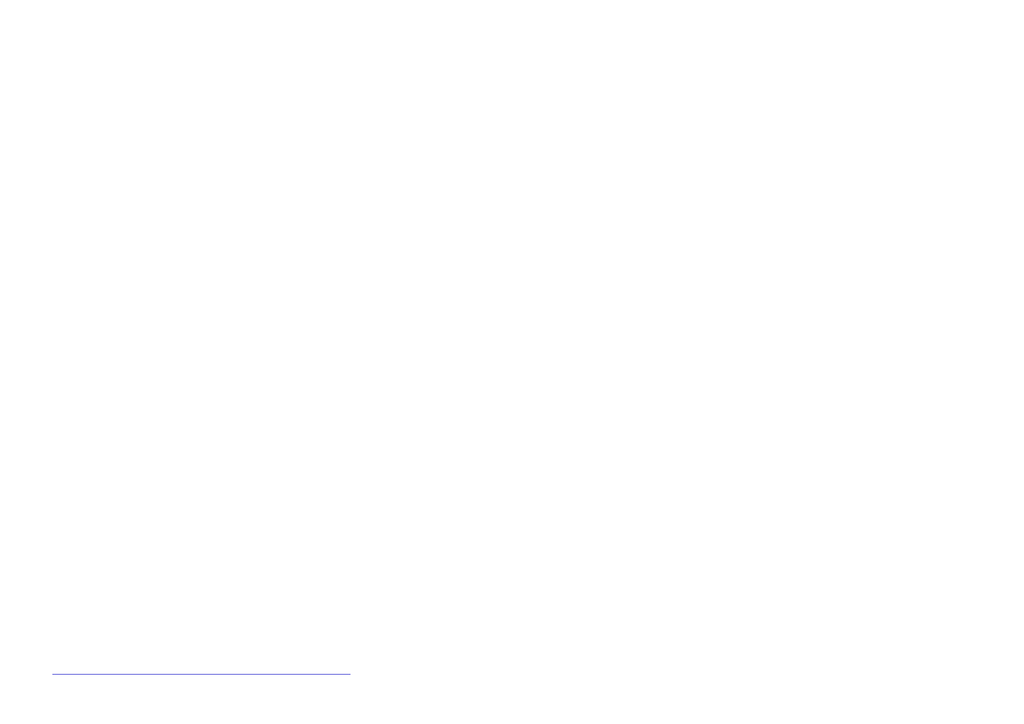
<source format=kicad_sch>
(kicad_sch
	(version 20231120)
	(generator "eeschema")
	(generator_version "8.0")
	(uuid "3be86ac9-0df0-4332-9df8-184594c53040")
	(paper "A4")
	(lib_symbols)
	(polyline
		(pts
			(xy 15.24 195.58) (xy 101.6 195.58)
		)
		(stroke
			(width 0)
			(type solid)
		)
		(uuid "d7a6136c-8186-455e-894a-8f846a8f35a0")
	)
)

</source>
